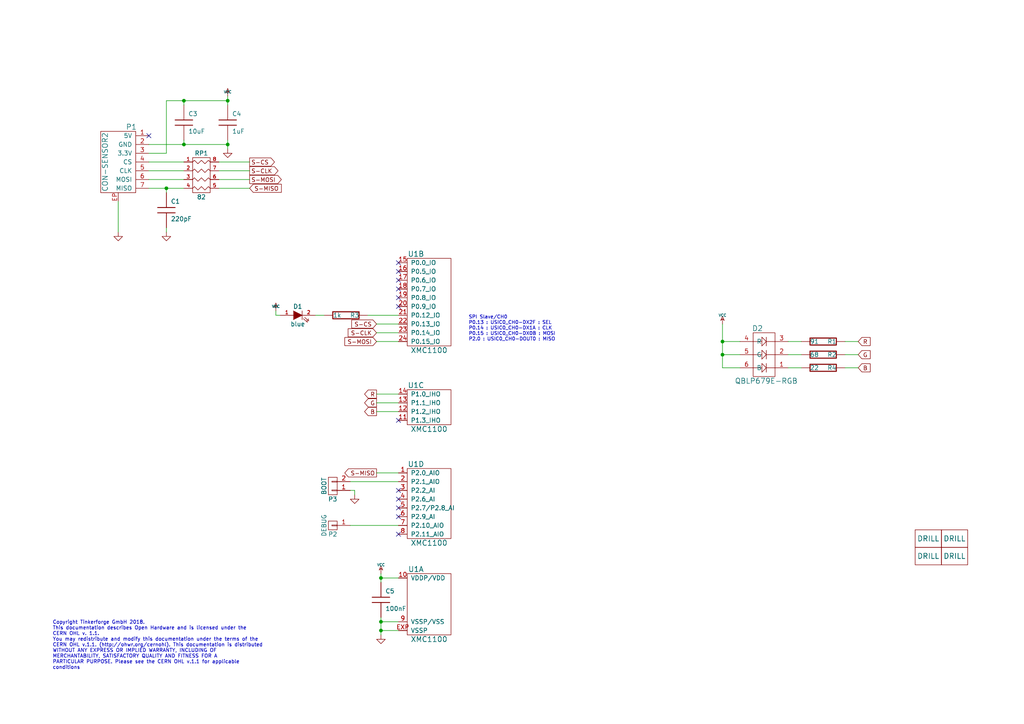
<source format=kicad_sch>
(kicad_sch (version 20230121) (generator eeschema)
  (paper "A4")
  (title_block (title "RGB LED Bricklet") (date "2018-06-27") (rev "2.0") (company "Tinkerforge GmbH") (comment 1 "Licensed under CERN OHL v.1.1") (comment 2 "Copyright (©) 2018, L.Lauer <lukas@tinkerforge.com>"))
  (lib_symbols
    (symbol "tinkerforge:C" (pin_numbers hide) (pin_names (offset 0.254))
      (property "Reference" "C" (at 1.27 2.54 0))
      (property "Value" "tinkerforge_C" (at 1.27 -2.54 0))
      (symbol "C_0_1"
        (polyline (pts (xy -2.54 -0.762) (xy 2.54 -0.762)) (stroke (width 0.254)))
        (polyline (pts (xy -2.54 0.762) (xy 2.54 0.762)) (stroke (width 0.254)))
      )
      (symbol "C_1_1"
        (pin passive line (at 0 5.08 270) (length 4.318) (name "~") (number "1"))
        (pin passive line (at 0 -5.08 90) (length 4.318) (name "~") (number "2"))
      )
    )
    (symbol "tinkerforge:CON-SENSOR2" (pin_names (offset 1.016))
      (property "Reference" "P" (at -3.81 10.16 0))
      (property "Value" "tinkerforge_CON-SENSOR2" (at 3.81 0 90))
      (symbol "CON-SENSOR2_0_1"
        (rectangle (start -5.08 8.89) (end 5.08 -8.89))
      )
      (symbol "CON-SENSOR2_1_1"
        (pin passive line (at -8.89 7.62 0) (length 3.81) (name "5V") (number "1"))
        (pin passive line (at -8.89 5.08 0) (length 3.81) (name "GND") (number "2"))
        (pin passive line (at -8.89 2.54 0) (length 3.81) (name "3.3V") (number "3"))
        (pin passive line (at -8.89 0 0) (length 3.81) (name "CS") (number "4"))
        (pin passive line (at -8.89 -2.54 0) (length 3.81) (name "CLK") (number "5"))
        (pin passive line (at -8.89 -5.08 0) (length 3.81) (name "MOSI") (number "6"))
        (pin passive line (at -8.89 -7.62 0) (length 3.81) (name "MISO") (number "7"))
        (pin passive line (at 0 -11.43 90) (length 2.54) (name "~") (number "EP"))
      )
    )
    (symbol "tinkerforge:CONN_01X01" (pin_names (offset 1.016) hide)
      (property "Reference" "P" (at 0 2.54 0))
      (property "Value" "tinkerforge_CONN_01X01" (at 2.54 0 90))
      (symbol "CONN_01X01_0_1"
        (rectangle (start -1.27 0.127) (end 0.254 -0.127))
        (rectangle (start -1.27 1.27) (end 1.27 -1.27))
      )
      (symbol "CONN_01X01_1_1"
        (pin passive line (at -5.08 0 0) (length 3.81) (name "P1") (number "1"))
      )
    )
    (symbol "tinkerforge:CONN_01X02" (pin_names (offset 1.016) hide)
      (property "Reference" "P" (at 0 3.81 0))
      (property "Value" "tinkerforge_CONN_01X02" (at 2.54 0 90))
      (symbol "CONN_01X02_0_1"
        (rectangle (start -1.27 -1.143) (end 0.254 -1.397))
        (rectangle (start -1.27 1.397) (end 0.254 1.143))
        (rectangle (start -1.27 2.54) (end 1.27 -2.54))
      )
      (symbol "CONN_01X02_1_1"
        (pin passive line (at -5.08 1.27 0) (length 3.81) (name "P1") (number "1"))
        (pin passive line (at -5.08 -1.27 0) (length 3.81) (name "P2") (number "2"))
      )
    )
    (symbol "tinkerforge:DRILL" (pin_numbers hide) (pin_names (offset 0) hide)
      (property "Value" "tinkerforge_DRILL" (at 0 0 0))
      (symbol "DRILL_0_1"
        (rectangle (start -3.81 2.54) (end 3.81 -2.54))
      )
    )
    (symbol "tinkerforge:GND" (power) (pin_names (offset 0))
      (property "Value" "tinkerforge_GND" (at 0 -5.08 0))
      (symbol "GND_0_1"
        (polyline (pts (xy 0 0) (xy 0 -1.27) (xy 1.27 -1.27) (xy 0 -2.54) (xy -1.27 -1.27) (xy 0 -1.27)))
      )
      (symbol "GND_1_1"
        (pin power_in line (at 0 0 270) (length 0) hide (name "GND") (number "1"))
      )
    )
    (symbol "tinkerforge:LED" (pin_names (offset 1.016) hide)
      (property "Reference" "D" (at 0 2.54 0))
      (property "Value" "tinkerforge_LED" (at 0 -2.54 0))
      (symbol "LED_0_1"
        (polyline (pts (xy 1.27 1.27) (xy 1.27 -1.27)))
        (polyline (pts (xy -1.27 1.27) (xy 1.27 0) (xy -1.27 -1.27)) (fill (type outline)))
        (polyline (pts (xy 1.651 -1.016) (xy 2.794 -2.032) (xy 2.667 -1.397)))
        (polyline (pts (xy 2.032 -0.635) (xy 3.175 -1.651) (xy 3.048 -1.016)))
      )
      (symbol "LED_1_1"
        (pin passive line (at -5.08 0 0) (length 3.81) (name "A") (number "1"))
        (pin passive line (at 5.08 0 180) (length 3.81) (name "K") (number "2"))
      )
    )
    (symbol "tinkerforge:R" (pin_numbers hide) (pin_names (offset 0))
      (property "Reference" "R" (at 2.032 0 90))
      (property "Value" "tinkerforge_R" (at 0 0 90))
      (symbol "R_0_1"
        (rectangle (start -1.016 3.81) (end 1.016 -3.81) (stroke (width 0.3048)))
      )
      (symbol "R_1_1"
        (pin passive line (at 0 6.35 270) (length 2.54) (name "~") (number "1"))
        (pin passive line (at 0 -6.35 90) (length 2.54) (name "~") (number "2"))
      )
    )
    (symbol "tinkerforge:RGB-LED" (pin_names (offset 1.016))
      (property "Reference" "D" (at -1.27 6.35 0))
      (property "Value" "tinkerforge_RGB-LED" (at 1.27 -8.89 0))
      (symbol "RGB-LED_0_1"
        (rectangle (start -2.54 5.08) (end 3.81 -7.62))
        (polyline (pts (xy -2.54 2.54) (xy 0 2.54)))
        (polyline (pts (xy 0 -5.08) (xy -2.54 -5.08)))
        (polyline (pts (xy 0 -5.08) (xy 0 -5.08)))
        (polyline (pts (xy 0 -2.54) (xy 1.27 -1.27)))
        (polyline (pts (xy 0 -1.27) (xy -2.54 -1.27)))
        (polyline (pts (xy 0 0) (xy 0 -2.54)))
        (polyline (pts (xy 0 0) (xy 1.27 -1.27)))
        (polyline (pts (xy 0 3.81) (xy 0 1.27)))
        (polyline (pts (xy 0 3.81) (xy 1.27 2.54)))
        (polyline (pts (xy 1.27 -5.08) (xy 3.81 -5.08)))
        (polyline (pts (xy 1.27 -3.81) (xy 1.27 -6.35)))
        (polyline (pts (xy 1.27 -1.27) (xy 3.81 -1.27)))
        (polyline (pts (xy 1.27 0) (xy 1.27 -2.54)))
        (polyline (pts (xy 1.27 2.54) (xy 0 1.27)))
        (polyline (pts (xy 1.27 2.54) (xy 3.81 2.54)))
        (polyline (pts (xy 1.27 3.81) (xy 1.27 1.27)))
        (polyline (pts (xy 0 -5.08) (xy 0 -3.81) (xy 1.27 -5.08) (xy 0 -6.35) (xy 0 -5.08)))
      )
      (symbol "RGB-LED_1_1"
        (pin passive line (at 7.62 -5.08 180) (length 3.81) (name "~") (number "1"))
        (pin passive line (at 7.62 -1.27 180) (length 3.81) (name "~") (number "2"))
        (pin passive line (at 7.62 2.54 180) (length 3.81) (name "~") (number "3"))
        (pin passive line (at -6.35 2.54 0) (length 3.81) (name "R") (number "4"))
        (pin passive line (at -6.35 -1.27 0) (length 3.81) (name "G") (number "5"))
        (pin passive line (at -6.35 -5.08 0) (length 3.81) (name "B") (number "6"))
      )
    )
    (symbol "tinkerforge:R_PACK4" (pin_names hide)
      (property "Reference" "RP" (at 0 11.43 0))
      (property "Value" "tinkerforge_R_PACK4" (at 0 -1.27 0))
      (symbol "R_PACK4_0_1"
        (polyline (pts (xy -2.54 10.16) (xy -2.54 0) (xy 2.54 0) (xy 2.54 10.16) (xy -2.54 10.16)))
        (polyline (pts (xy -2.54 1.27) (xy -2.032 1.778) (xy -1.016 0.762) (xy 0 1.778) (xy 1.016 0.762) (xy 2.032 1.778) (xy 2.54 1.27)))
        (polyline (pts (xy -2.54 3.81) (xy -2.032 4.318) (xy -1.016 3.302) (xy 0 4.318) (xy 1.016 3.302) (xy 2.032 4.318) (xy 2.54 3.81)))
        (polyline (pts (xy -2.54 6.35) (xy -2.032 6.858) (xy -1.016 5.842) (xy 0 6.858) (xy 1.016 5.842) (xy 2.032 6.858) (xy 2.54 6.35)))
        (polyline (pts (xy -2.54 8.89) (xy -2.032 9.398) (xy -1.016 8.382) (xy 0 9.398) (xy 1.016 8.382) (xy 2.032 9.398) (xy 2.54 8.89)))
      )
      (symbol "R_PACK4_1_1"
        (pin passive line (at -5.08 8.89 0) (length 2.54) (name "P1") (number "1"))
        (pin passive line (at -5.08 6.35 0) (length 2.54) (name "P2") (number "2"))
        (pin passive line (at -5.08 3.81 0) (length 2.54) (name "P3") (number "3"))
        (pin passive line (at -5.08 1.27 0) (length 2.54) (name "P4") (number "4"))
        (pin passive line (at 5.08 1.27 180) (length 2.54) (name "R4") (number "5"))
        (pin passive line (at 5.08 3.81 180) (length 2.54) (name "R3") (number "6"))
        (pin passive line (at 5.08 6.35 180) (length 2.54) (name "R2") (number "7"))
        (pin passive line (at 5.08 8.89 180) (length 2.54) (name "R1") (number "8"))
      )
    )
    (symbol "tinkerforge:VCC" (power) (pin_names (offset 0))
      (property "Value" "tinkerforge_VCC" (at 0 3.175 0))
      (symbol "VCC_0_0"
        (pin power_in line (at 0 0 90) (length 0) hide (name "VCC") (number "1"))
      )
      (symbol "VCC_0_1"
        (polyline (pts (xy 0 1.524) (xy 0 0)))
        (polyline (pts (xy 0 1.524) (xy 0.508 1.016) (xy 0 2.286) (xy -0.508 1.016) (xy 0 1.524) (xy 0 1.524)))
      )
    )
    (symbol "tinkerforge:XMC1XXX24" (pin_names (offset 1.016))
      (property "Reference" "U" (at -3.81 15.24 0))
      (property "Value" "tinkerforge_XMC1XXX24" (at 0 -16.51 0))
      (symbol "XMC1XXX24_1_1"
        (rectangle (start -6.35 8.89) (end 6.35 -8.89))
        (pin passive line (at -8.89 7.62 0) (length 2.54) (name "VDDP/VDD") (number "10"))
        (pin passive line (at -8.89 -5.08 0) (length 2.54) (name "VSSP/VSS") (number "9"))
        (pin passive line (at -8.89 -7.62 0) (length 2.54) (name "VSSP") (number "EXP"))
      )
      (symbol "XMC1XXX24_2_1"
        (rectangle (start -6.35 12.7) (end 6.35 -12.7))
        (pin passive line (at -8.89 11.43 0) (length 2.54) (name "P0.0_IO") (number "15"))
        (pin passive line (at -8.89 8.89 0) (length 2.54) (name "P0.5_IO") (number "16"))
        (pin passive line (at -8.89 6.35 0) (length 2.54) (name "P0.6_IO") (number "17"))
        (pin passive line (at -8.89 3.81 0) (length 2.54) (name "P0.7_IO") (number "18"))
        (pin passive line (at -8.89 1.27 0) (length 2.54) (name "P0.8_IO") (number "19"))
        (pin passive line (at -8.89 -1.27 0) (length 2.54) (name "P0.9_IO") (number "20"))
        (pin passive line (at -8.89 -3.81 0) (length 2.54) (name "P0.12_IO") (number "21"))
        (pin passive line (at -8.89 -6.35 0) (length 2.54) (name "P0.13_IO") (number "22"))
        (pin passive line (at -8.89 -8.89 0) (length 2.54) (name "P0.14_IO") (number "23"))
        (pin passive line (at -8.89 -11.43 0) (length 2.54) (name "P0.15_IO") (number "24"))
      )
      (symbol "XMC1XXX24_3_1"
        (rectangle (start -6.35 5.08) (end 6.35 -5.08))
        (pin passive line (at -8.89 -3.81 0) (length 2.54) (name "P1.3_IHO") (number "11"))
        (pin passive line (at -8.89 -1.27 0) (length 2.54) (name "P1.2_IHO") (number "12"))
        (pin passive line (at -8.89 1.27 0) (length 2.54) (name "P1.1_IHO") (number "13"))
        (pin passive line (at -8.89 3.81 0) (length 2.54) (name "P1.0_IHO") (number "14"))
      )
      (symbol "XMC1XXX24_4_1"
        (rectangle (start -6.35 10.16) (end 6.35 -10.16))
        (pin passive line (at -8.89 8.89 0) (length 2.54) (name "P2.0_AIO") (number "1"))
        (pin passive line (at -8.89 6.35 0) (length 2.54) (name "P2.1_AIO") (number "2"))
        (pin passive line (at -8.89 3.81 0) (length 2.54) (name "P2.2_AI") (number "3"))
        (pin passive line (at -8.89 1.27 0) (length 2.54) (name "P2.6_AI") (number "4"))
        (pin passive line (at -8.89 -1.27 0) (length 2.54) (name "P2.7/P2.8_AI") (number "5"))
        (pin passive line (at -8.89 -3.81 0) (length 2.54) (name "P2.9_AI") (number "6"))
        (pin passive line (at -8.89 -6.35 0) (length 2.54) (name "P2.10_AIO") (number "7"))
        (pin passive line (at -8.89 -8.89 0) (length 2.54) (name "P2.11_AIO") (number "8"))
      )
    )
  )
  (junction (at 110.49 180.34))
  (junction (at 209.55 102.87))
  (junction (at 53.34 29.21))
  (junction (at 53.34 41.91))
  (junction (at 110.49 167.64))
  (junction (at 110.49 182.88))
  (junction (at 66.04 41.91))
  (junction (at 209.55 99.06))
  (junction (at 48.26 54.61))
  (junction (at 66.04 29.21))
  (no_connect (at 115.57 88.9))
  (no_connect (at 115.57 76.2))
  (no_connect (at 115.57 142.24))
  (no_connect (at 115.57 144.78))
  (no_connect (at 115.57 149.86))
  (no_connect (at 115.57 86.36))
  (no_connect (at 115.57 154.94))
  (no_connect (at 115.57 78.74))
  (no_connect (at 43.18 39.37))
  (no_connect (at 115.57 121.92))
  (no_connect (at 115.57 83.82))
  (no_connect (at 115.57 81.28))
  (no_connect (at 115.57 147.32))
  (wire (pts (xy 115.57 180.34) (xy 110.49 180.34)))
  (wire (pts (xy 66.04 40.64) (xy 66.04 41.91)))
  (wire (pts (xy 115.57 119.38) (xy 109.22 119.38)))
  (wire (pts (xy 48.26 67.31) (xy 48.26 66.04)))
  (wire (pts (xy 115.57 116.84) (xy 109.22 116.84)))
  (wire (pts (xy 106.68 91.44) (xy 115.57 91.44)))
  (wire (pts (xy 53.34 46.99) (xy 43.18 46.99)))
  (wire (pts (xy 109.22 99.06) (xy 115.57 99.06)))
  (wire (pts (xy 72.39 54.61) (xy 63.5 54.61)))
  (wire (pts (xy 80.01 91.44) (xy 80.01 90.17)))
  (wire (pts (xy 101.6 142.24) (xy 102.87 142.24)))
  (wire (pts (xy 214.63 99.06) (xy 209.55 99.06)))
  (wire (pts (xy 248.92 99.06) (xy 245.11 99.06)))
  (wire (pts (xy 53.34 30.48) (xy 53.34 29.21)))
  (wire (pts (xy 214.63 102.87) (xy 209.55 102.87)))
  (wire (pts (xy 110.49 182.88) (xy 110.49 184.15)))
  (wire (pts (xy 48.26 29.21) (xy 53.34 29.21)))
  (wire (pts (xy 110.49 167.64) (xy 115.57 167.64)))
  (wire (pts (xy 214.63 106.68) (xy 209.55 106.68)))
  (wire (pts (xy 209.55 106.68) (xy 209.55 102.87)))
  (wire (pts (xy 110.49 180.34) (xy 110.49 182.88)))
  (wire (pts (xy 110.49 167.64) (xy 110.49 166.37)))
  (wire (pts (xy 53.34 29.21) (xy 66.04 29.21)))
  (wire (pts (xy 43.18 41.91) (xy 53.34 41.91)))
  (wire (pts (xy 66.04 41.91) (xy 66.04 43.18)))
  (wire (pts (xy 48.26 44.45) (xy 48.26 29.21)))
  (wire (pts (xy 72.39 49.53) (xy 63.5 49.53)))
  (wire (pts (xy 232.41 106.68) (xy 228.6 106.68)))
  (wire (pts (xy 209.55 99.06) (xy 209.55 93.98)))
  (wire (pts (xy 102.87 142.24) (xy 102.87 143.51)))
  (wire (pts (xy 245.11 102.87) (xy 248.92 102.87)))
  (wire (pts (xy 115.57 96.52) (xy 109.22 96.52)))
  (wire (pts (xy 115.57 182.88) (xy 110.49 182.88)))
  (wire (pts (xy 248.92 106.68) (xy 245.11 106.68)))
  (wire (pts (xy 48.26 55.88) (xy 48.26 54.61)))
  (wire (pts (xy 43.18 49.53) (xy 53.34 49.53)))
  (wire (pts (xy 110.49 168.91) (xy 110.49 167.64)))
  (wire (pts (xy 53.34 40.64) (xy 53.34 41.91)))
  (wire (pts (xy 228.6 102.87) (xy 232.41 102.87)))
  (wire (pts (xy 109.22 93.98) (xy 115.57 93.98)))
  (wire (pts (xy 101.6 139.7) (xy 115.57 139.7)))
  (wire (pts (xy 66.04 27.94) (xy 66.04 29.21)))
  (wire (pts (xy 53.34 41.91) (xy 66.04 41.91)))
  (wire (pts (xy 63.5 46.99) (xy 72.39 46.99)))
  (wire (pts (xy 232.41 99.06) (xy 228.6 99.06)))
  (wire (pts (xy 66.04 29.21) (xy 66.04 30.48)))
  (wire (pts (xy 115.57 114.3) (xy 109.22 114.3)))
  (wire (pts (xy 109.22 137.16) (xy 115.57 137.16)))
  (wire (pts (xy 115.57 152.4) (xy 101.6 152.4)))
  (wire (pts (xy 209.55 102.87) (xy 209.55 99.06)))
  (wire (pts (xy 63.5 52.07) (xy 72.39 52.07)))
  (wire (pts (xy 81.28 91.44) (xy 80.01 91.44)))
  (wire (pts (xy 43.18 54.61) (xy 48.26 54.61)))
  (wire (pts (xy 93.98 91.44) (xy 91.44 91.44)))
  (wire (pts (xy 43.18 52.07) (xy 53.34 52.07)))
  (wire (pts (xy 110.49 179.07) (xy 110.49 180.34)))
  (wire (pts (xy 34.29 67.31) (xy 34.29 58.42)))
  (wire (pts (xy 48.26 54.61) (xy 53.34 54.61)))
  (wire (pts (xy 43.18 44.45) (xy 48.26 44.45)))
  (text "Copyright Tinkerforge GmbH 2018.\nThis documentation describes Open Hardware and is licensed under the\nCERN OHL v. 1.1.\nYou may redistribute and modify this documentation under the terms of the\nCERN OHL v.1.1. (http://ohwr.org/cernohl). This documentation is distributed\nWITHOUT ANY EXPRESS OR IMPLIED WARRANTY, INCLUDING OF\nMERCHANTABILITY, SATISFACTORY QUALITY AND FITNESS FOR A\nPARTICULAR PURPOSE. Please see the CERN OHL v.1.1 for applicable\nconditions\n" (at 15.24 194.31 0) (effects (font (size 1.016 1.016)) (justify left bottom)))
  (text "SPI Slave/CH0\nP0.13 : USIC0_CH0-DX2F : SEL\nP0.14 : USIC0_CH0-DX1A : CLK\nP0.15 : USIC0_CH0-DX0B : MOSI\nP2.0 : USIC0_CH0-DOUT0 : MISO" (at 135.89 99.06 0) (effects (font (size 0.9906 0.9906)) (justify left bottom)))
  (global_label "B" (shape output) (at 109.22 119.38 180) (effects (font (size 1.1938 1.1938))) (property "Intersheetrefs" "${INTERSHEET_REFS}" (effects hide)))
  (global_label "S-CLK" (shape input) (at 109.22 96.52 180) (effects (font (size 1.1938 1.1938))) (property "Intersheetrefs" "${INTERSHEET_REFS}" (effects hide)))
  (global_label "G" (shape input) (at 248.92 102.87 0) (effects (font (size 1.1938 1.1938))) (property "Intersheetrefs" "${INTERSHEET_REFS}" (effects hide)))
  (global_label "S-MISO" (shape output) (at 109.22 137.16 180) (effects (font (size 1.1938 1.1938))) (property "Intersheetrefs" "${INTERSHEET_REFS}" (effects hide)))
  (global_label "S-CS" (shape output) (at 72.39 46.99 0) (effects (font (size 1.1938 1.1938))) (property "Intersheetrefs" "${INTERSHEET_REFS}" (effects hide)))
  (global_label "S-CLK" (shape output) (at 72.39 49.53 0) (effects (font (size 1.1938 1.1938))) (property "Intersheetrefs" "${INTERSHEET_REFS}" (effects hide)))
  (global_label "R" (shape output) (at 109.22 114.3 180) (effects (font (size 1.1938 1.1938))) (property "Intersheetrefs" "${INTERSHEET_REFS}" (effects hide)))
  (global_label "S-MOSI" (shape output) (at 72.39 52.07 0) (effects (font (size 1.1938 1.1938))) (property "Intersheetrefs" "${INTERSHEET_REFS}" (effects hide)))
  (global_label "G" (shape output) (at 109.22 116.84 180) (effects (font (size 1.1938 1.1938))) (property "Intersheetrefs" "${INTERSHEET_REFS}" (effects hide)))
  (global_label "S-MOSI" (shape input) (at 109.22 99.06 180) (effects (font (size 1.1938 1.1938))) (property "Intersheetrefs" "${INTERSHEET_REFS}" (effects hide)))
  (global_label "R" (shape input) (at 248.92 99.06 0) (effects (font (size 1.1938 1.1938))) (property "Intersheetrefs" "${INTERSHEET_REFS}" (effects hide)))
  (global_label "S-MISO" (shape input) (at 72.39 54.61 0) (effects (font (size 1.1938 1.1938))) (property "Intersheetrefs" "${INTERSHEET_REFS}" (effects hide)))
  (global_label "S-CS" (shape input) (at 109.22 93.98 180) (effects (font (size 1.1938 1.1938))) (property "Intersheetrefs" "${INTERSHEET_REFS}" (effects hide)))
  (global_label "B" (shape input) (at 248.92 106.68 0) (effects (font (size 1.1938 1.1938))) (property "Intersheetrefs" "${INTERSHEET_REFS}" (effects hide)))
  (symbol (lib_id "tinkerforge:GND") (at 66.04 43.18 0) (unit 1)
    (property "Reference" "#PWR03" (effects hide))
    (property "Value" "GND" (effects hide))
  )
  (symbol (lib_id "tinkerforge:GND") (at 48.26 67.31 0) (unit 1)
    (property "Reference" "#PWR02" (effects hide))
    (property "Value" "GND" (effects hide))
  )
  (symbol (lib_id "tinkerforge:VCC") (at 66.04 27.94 0) (unit 1)
    (property "Reference" "#PWR01" (effects hide))
    (property "Value" "VCC" (at 66.04 26.67 0) (effects (font (size 0.762 0.762))))
  )
  (symbol (lib_id "tinkerforge:DRILL") (at 276.86 161.29 0) (unit 1)
    (property "Reference" "U6" (effects hide))
    (property "Value" "DRILL" (at 276.86 161.29 0) (effects (font (size 1.524 1.524))))
    (property "Footprint" "kicad-libraries:DRILL_NP" (effects hide))
  )
  (symbol (lib_id "tinkerforge:DRILL") (at 276.86 156.21 0) (unit 1)
    (property "Reference" "U5" (effects hide))
    (property "Value" "DRILL" (at 276.86 156.21 0) (effects (font (size 1.524 1.524))))
    (property "Footprint" "kicad-libraries:DRILL_NP" (effects hide))
  )
  (symbol (lib_id "tinkerforge:DRILL") (at 269.24 156.21 0) (unit 1)
    (property "Reference" "U3" (effects hide))
    (property "Value" "DRILL" (at 269.24 156.21 0) (effects (font (size 1.524 1.524))))
    (property "Footprint" "kicad-libraries:DRILL_NP" (effects hide))
  )
  (symbol (lib_id "tinkerforge:DRILL") (at 269.24 161.29 0) (unit 1)
    (property "Reference" "U4" (effects hide))
    (property "Value" "DRILL" (at 269.24 161.29 0) (effects (font (size 1.524 1.524))))
    (property "Footprint" "kicad-libraries:DRILL_NP" (effects hide))
  )
  (symbol (lib_id "tinkerforge:CON-SENSOR2") (at 34.29 46.99 0) (mirror y) (unit 1)
    (property "Reference" "P1" (at 38.1 36.83 0) (effects (font (size 1.524 1.524))))
    (property "Value" "CON-SENSOR2" (at 30.48 46.99 90) (effects (font (size 1.524 1.524))))
    (property "Footprint" "kicad-libraries:CON-SENSOR2" (effects hide))
  )
  (symbol (lib_id "tinkerforge:C") (at 53.34 35.56 0) (unit 1)
    (property "Reference" "C3" (at 54.61 33.02 0) (effects (justify left)))
    (property "Value" "10uF" (at 54.61 38.1 0) (effects (justify left)))
    (property "Footprint" "kicad-libraries:C0805" (effects hide))
  )
  (symbol (lib_id "tinkerforge:C") (at 66.04 35.56 0) (unit 1)
    (property "Reference" "C4" (at 67.31 33.02 0) (effects (justify left)))
    (property "Value" "1uF" (at 67.31 38.1 0) (effects (justify left)))
    (property "Footprint" "kicad-libraries:C0603F" (effects hide))
  )
  (symbol (lib_id "tinkerforge:R_PACK4") (at 58.42 55.88 0) (unit 1)
    (property "Reference" "RP1" (at 58.42 44.45 0))
    (property "Value" "82" (at 58.42 57.15 0))
    (property "Footprint" "kicad-libraries:4X0402" (effects hide))
  )
  (symbol (lib_id "tinkerforge:C") (at 48.26 60.96 0) (unit 1)
    (property "Reference" "C1" (at 49.53 58.42 0) (effects (justify left)))
    (property "Value" "220pF" (at 49.53 63.5 0) (effects (justify left)))
    (property "Footprint" "kicad-libraries:C0402F" (effects hide))
  )
  (symbol (lib_id "tinkerforge:GND") (at 34.29 67.31 0) (unit 1)
    (property "Reference" "#PWR04" (effects hide))
    (property "Value" "GND" (effects hide))
  )
  (symbol (lib_id "tinkerforge:VCC") (at 209.55 93.98 0) (unit 1)
    (property "Reference" "#PWR08" (effects hide))
    (property "Value" "VCC" (at 209.55 91.44 0) (effects (font (size 0.762 0.762))))
  )
  (symbol (lib_id "tinkerforge:XMC1XXX24") (at 124.46 175.26 0) (unit 1)
    (property "Reference" "U1" (at 120.65 165.1 0) (effects (font (size 1.524 1.524))))
    (property "Value" "XMC1100" (at 124.46 185.42 0) (effects (font (size 1.524 1.524))))
    (property "Footprint" "kicad-libraries:QFN24-4x4mm-0.5mm" (effects hide))
  )
  (symbol (lib_id "tinkerforge:XMC1XXX24") (at 124.46 87.63 0) (unit 2)
    (property "Reference" "U1" (at 120.65 73.66 0) (effects (font (size 1.524 1.524))))
    (property "Value" "XMC1100" (at 124.46 101.6 0) (effects (font (size 1.524 1.524))))
    (property "Footprint" "kicad-libraries:QFN24-4x4mm-0.5mm" (effects hide))
  )
  (symbol (lib_id "tinkerforge:XMC1XXX24") (at 124.46 118.11 0) (unit 3)
    (property "Reference" "U1" (at 120.65 111.76 0) (effects (font (size 1.524 1.524))))
    (property "Value" "XMC1100" (at 124.46 124.46 0) (effects (font (size 1.524 1.524))))
    (property "Footprint" "kicad-libraries:QFN24-4x4mm-0.5mm" (effects hide))
  )
  (symbol (lib_id "tinkerforge:XMC1XXX24") (at 124.46 146.05 0) (unit 4)
    (property "Reference" "U1" (at 120.65 134.62 0) (effects (font (size 1.524 1.524))))
    (property "Value" "XMC1100" (at 124.46 157.48 0) (effects (font (size 1.524 1.524))))
    (property "Footprint" "kicad-libraries:QFN24-4x4mm-0.5mm" (effects hide))
  )
  (symbol (lib_id "tinkerforge:C") (at 110.49 173.99 0) (unit 1)
    (property "Reference" "C5" (at 111.76 171.45 0) (effects (justify left)))
    (property "Value" "100nF" (at 111.76 176.53 0) (effects (justify left)))
    (property "Footprint" "kicad-libraries:C0603F" (effects hide))
  )
  (symbol (lib_id "tinkerforge:VCC") (at 110.49 166.37 0) (unit 1)
    (property "Reference" "#PWR05" (effects hide))
    (property "Value" "VCC" (at 110.49 163.83 0) (effects (font (size 0.762 0.762))))
  )
  (symbol (lib_id "tinkerforge:GND") (at 110.49 184.15 0) (unit 1)
    (property "Reference" "#PWR06" (effects hide))
    (property "Value" "GND" (effects hide))
  )
  (symbol (lib_id "tinkerforge:CONN_01X01") (at 96.52 152.4 180) (unit 1)
    (property "Reference" "P2" (at 96.52 154.94 0))
    (property "Value" "DEBUG" (at 93.98 152.4 90))
    (property "Footprint" "kicad-libraries:DEBUG_PAD" (effects hide))
  )
  (symbol (lib_id "tinkerforge:CONN_01X02") (at 96.52 140.97 180) (unit 1)
    (property "Reference" "P3" (at 96.52 144.78 0))
    (property "Value" "BOOT" (at 93.98 140.97 90))
    (property "Footprint" "kicad-libraries:SolderJumper" (effects hide))
  )
  (symbol (lib_id "tinkerforge:R") (at 100.33 91.44 270) (unit 1)
    (property "Reference" "R3" (at 102.87 91.44 90))
    (property "Value" "1k" (at 97.79 91.44 90))
    (property "Footprint" "kicad-libraries:R0603F" (effects hide))
  )
  (symbol (lib_id "tinkerforge:LED") (at 86.36 91.44 0) (unit 1)
    (property "Reference" "D1" (at 86.36 88.9 0))
    (property "Value" "blue" (at 86.36 93.98 0))
    (property "Footprint" "kicad-libraries:D0603F" (effects hide))
  )
  (symbol (lib_id "tinkerforge:VCC") (at 80.01 90.17 0) (unit 1)
    (property "Reference" "#PWR07" (effects hide))
    (property "Value" "VCC" (at 80.01 88.9 0) (effects (font (size 0.762 0.762))))
  )
  (symbol (lib_id "tinkerforge:RGB-LED") (at 220.98 101.6 0) (unit 1)
    (property "Reference" "D2" (at 219.71 95.25 0) (effects (font (size 1.524 1.524))))
    (property "Value" "QBLP679E-RGB" (at 222.25 110.49 0) (effects (font (size 1.524 1.524))))
    (property "Footprint" "kicad-libraries:PLCC6-RGB" (effects hide))
  )
  (symbol (lib_id "tinkerforge:R") (at 238.76 99.06 270) (unit 1)
    (property "Reference" "R1" (at 241.3 99.06 90))
    (property "Value" "91" (at 236.22 99.06 90))
    (property "Footprint" "kicad-libraries:R0603F" (effects hide))
  )
  (symbol (lib_id "tinkerforge:R") (at 238.76 102.87 270) (unit 1)
    (property "Reference" "R2" (at 241.3 102.87 90))
    (property "Value" "68" (at 236.22 102.87 90))
    (property "Footprint" "kicad-libraries:R0603F" (effects hide))
  )
  (symbol (lib_id "tinkerforge:R") (at 238.76 106.68 270) (unit 1)
    (property "Reference" "R4" (at 241.3 106.68 90))
    (property "Value" "22" (at 236.22 106.68 90))
    (property "Footprint" "kicad-libraries:R0603F" (effects hide))
  )
  (symbol (lib_id "tinkerforge:GND") (at 102.87 143.51 0) (unit 1)
    (property "Reference" "#PWR09" (effects hide))
    (property "Value" "GND" (effects hide))
  )
)
</source>
